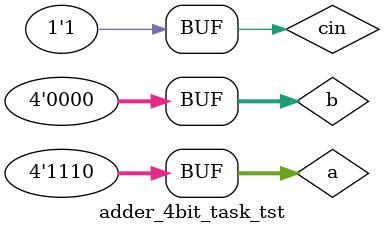
<source format=v>
module adder_4bit_task_tst() ;

	reg [3:0] a, b ;
	reg cin ;

	wire [3:0] sum ;
	wire cout ;

	adder_4bit_task1  DUT(a , b, cin, sum, cout) ;

	initial
		begin
			a = 4 'b0010 ;
			b = 4 'b0110 ;
			cin = 1 'b0 ;

			#50 a = 4 'b0110 ;
			b = 4 'b0100 ;
			cin = 1 'b1 ;

			#50 a = 4 'b0100 ;
			b = 4 'b0101 ;
			cin = 1 'b0 ;

			#50 a = 4 'b1110 ;
			b = 4 'b0000 ;
			cin = 1 'b1 ;	
		end			

endmodule

</source>
